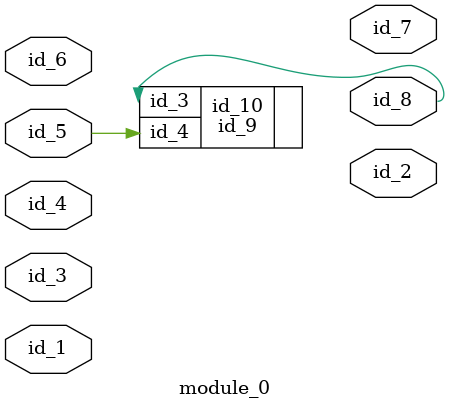
<source format=v>
`timescale 1 ps / 1ps
module module_0 (
    id_1,
    id_2,
    id_3,
    id_4,
    id_5,
    id_6,
    id_7,
    id_8
);
  output id_8;
  output id_7;
  input id_6;
  input id_5;
  input id_4;
  input id_3;
  output id_2;
  input id_1;
  id_9 id_10 (
      .id_3(id_8),
      .id_4(id_5)
  );
endmodule

</source>
